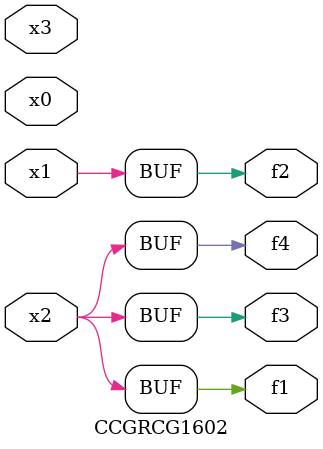
<source format=v>
module CCGRCG1602(
	input x0, x1, x2, x3,
	output f1, f2, f3, f4
);
	assign f1 = x2;
	assign f2 = x1;
	assign f3 = x2;
	assign f4 = x2;
endmodule

</source>
